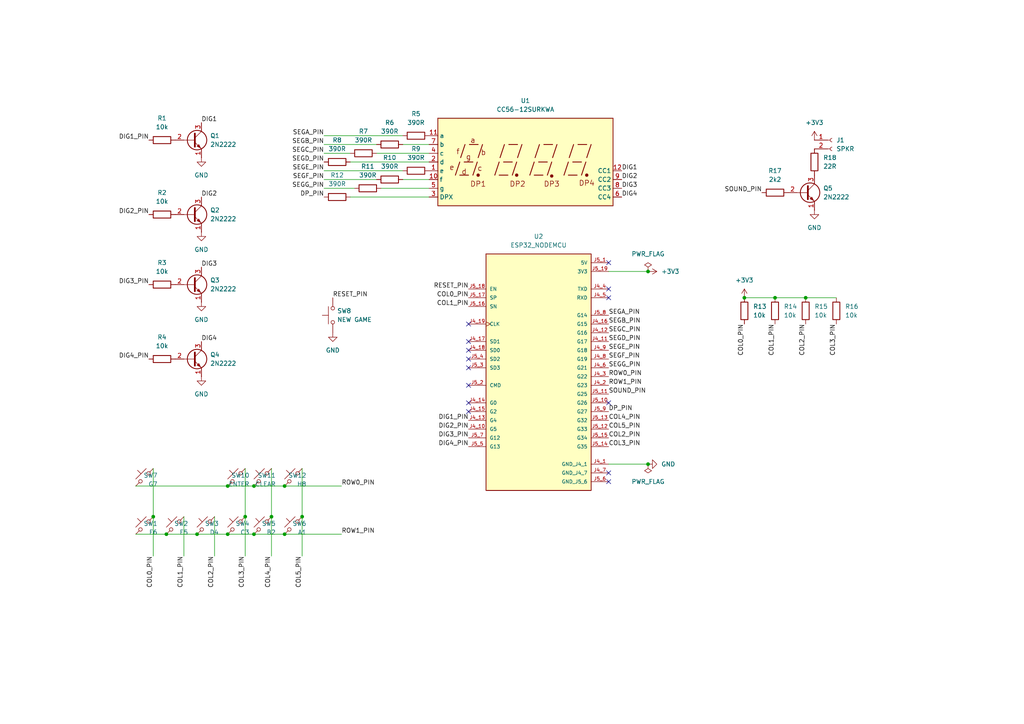
<source format=kicad_sch>
(kicad_sch (version 20250114) (generator "eeschema") (generator_version "9.0")
  (paper "A4")
  (title_block (title "Chessmate") (date "2024-11-24") (rev "1.0"))
  (lib_symbols
    (symbol "Connector:Conn_01x02_Socket" (pin_names (offset 1.016) (hide yes))
      (property "Reference" "J" (at 0 2.54 0))
      (property "Value" "Conn_01x02_Socket" (at 0 -5.08 0))
      (symbol "Conn_01x02_Socket_1_1"
        (polyline (pts (xy -1.27 0) (xy -0.508 0)) (stroke (width 0.1524)))
        (polyline (pts (xy -1.27 -2.54) (xy -0.508 -2.54)) (stroke (width 0.1524)))
        (arc (start 0 -0.508) (mid -0.5058 0) (end 0 0.508) (stroke (width 0.1524)))
        (arc (start 0 -3.048) (mid -0.5058 -2.54) (end 0 -2.032) (stroke (width 0.1524)))
        (pin passive line (at -5.08 0 0) (length 3.81) (name "Pin_1") (number "1"))
        (pin passive line (at -5.08 -2.54 0) (length 3.81) (name "Pin_2") (number "2"))
      )
    )
    (symbol "Device:R" (pin_numbers (hide yes)) (pin_names (offset 0))
      (property "Reference" "R" (at 2.032 0 90))
      (property "Value" "R" (at 0 0 90))
      (symbol "R_0_1"
        (rectangle (start -1.016 -2.54) (end 1.016 2.54) (stroke (width 0.254)))
      )
      (symbol "R_1_1"
        (pin passive line (at 0 3.81 270) (length 1.27) (name "~") (number "1"))
        (pin passive line (at 0 -3.81 90) (length 1.27) (name "~") (number "2"))
      )
    )
    (symbol "Display_Character:CC56-12SURKWA"
      (property "Reference" "U" (at -24.13 13.97 0))
      (property "Value" "CC56-12SURKWA" (at 16.51 13.97 0))
      (symbol "CC56-12SURKWA_0_0"
        (rectangle (start -25.4 12.7) (end 25.4 -12.7) (stroke (width 0.254)) (fill (type background)))
        (polyline (pts (xy -20.32 -3.81) (xy -19.05 0)) (stroke (width 0.254)))
        (polyline (pts (xy -19.05 -3.81) (xy -16.51 -3.81)) (stroke (width 0.254)))
        (polyline (pts (xy -18.796 1.27) (xy -17.526 5.08)) (stroke (width 0.254)))
        (polyline (pts (xy -17.78 0) (xy -15.24 0)) (stroke (width 0.254)))
        (polyline (pts (xy -16.256 5.08) (xy -13.716 5.08)) (stroke (width 0.254)))
        (polyline (pts (xy -15.24 -3.81) (xy -13.97 0)) (stroke (width 0.254)))
        (polyline (pts (xy -13.716 1.27) (xy -12.446 5.08)) (stroke (width 0.254)))
        (polyline (pts (xy -8.89 -3.81) (xy -7.62 0)) (stroke (width 0.254)))
        (polyline (pts (xy -7.62 -3.81) (xy -5.08 -3.81)) (stroke (width 0.254)))
        (polyline (pts (xy -7.366 1.27) (xy -6.096 5.08)) (stroke (width 0.254)))
        (polyline (pts (xy -6.35 0) (xy -3.81 0)) (stroke (width 0.254)))
        (polyline (pts (xy -4.826 5.08) (xy -2.286 5.08)) (stroke (width 0.254)))
        (polyline (pts (xy -3.81 -3.81) (xy -2.54 0)) (stroke (width 0.254)))
        (polyline (pts (xy -2.286 1.27) (xy -1.016 5.08)) (stroke (width 0.254)))
        (polyline (pts (xy 1.27 -3.81) (xy 2.54 0)) (stroke (width 0.254)))
        (polyline (pts (xy 2.54 -3.81) (xy 5.08 -3.81)) (stroke (width 0.254)))
        (polyline (pts (xy 2.794 1.27) (xy 4.064 5.08)) (stroke (width 0.254)))
        (polyline (pts (xy 3.81 0) (xy 6.35 0)) (stroke (width 0.254)))
        (polyline (pts (xy 5.334 5.08) (xy 7.874 5.08)) (stroke (width 0.254)))
        (polyline (pts (xy 6.35 -3.81) (xy 7.62 0)) (stroke (width 0.254)))
        (polyline (pts (xy 7.874 1.27) (xy 9.144 5.08)) (stroke (width 0.254)))
        (polyline (pts (xy 11.176 -3.81) (xy 12.446 0)) (stroke (width 0.254)))
        (polyline (pts (xy 12.446 -3.81) (xy 14.986 -3.81)) (stroke (width 0.254)))
        (polyline (pts (xy 12.7 1.27) (xy 13.97 5.08)) (stroke (width 0.254)))
        (polyline (pts (xy 13.716 0) (xy 16.256 0)) (stroke (width 0.254)))
        (polyline (pts (xy 15.24 5.08) (xy 17.78 5.08)) (stroke (width 0.254)))
        (polyline (pts (xy 16.256 -3.81) (xy 17.526 0)) (stroke (width 0.254)))
        (polyline (pts (xy 17.78 1.27) (xy 19.05 5.08)) (stroke (width 0.254)))
        (text "e" (at -21.336 -1.524 0) (effects (font (size 1.524 1.524))))
        (text "f" (at -19.558 3.048 0) (effects (font (size 1.524 1.524))))
        (text "d" (at -17.78 -2.794 0) (effects (font (size 1.524 1.524))))
        (text "g" (at -16.51 1.524 0) (effects (font (size 1.524 1.524))))
        (text "a" (at -15.24 6.35 0) (effects (font (size 1.524 1.524))))
        (text "DP1" (at -13.716 -6.35 0) (effects (font (size 1.524 1.524))))
        (text "c" (at -13.208 -1.778 0) (effects (font (size 1.524 1.524))))
        (text "b" (at -12.192 2.794 0) (effects (font (size 1.524 1.524))))
        (text "DP2" (at -2.286 -6.35 0) (effects (font (size 1.524 1.524))))
        (text "DP3" (at 7.62 -6.35 0) (effects (font (size 1.524 1.524))))
        (text "DP4" (at 17.78 -6.096 0) (effects (font (size 1.524 1.524))))
      )
      (symbol "CC56-12SURKWA_0_1"
        (circle (center -13.716 -3.81) (radius 0.3556) (stroke (width 0.254)) (fill (type outline)))
        (circle (center -2.54 -3.81) (radius 0.3556) (stroke (width 0.254)) (fill (type outline)))
      )
      (symbol "CC56-12SURKWA_1_0"
        (circle (center 7.62 -4.064) (radius 0.3556) (stroke (width 0.254)) (fill (type outline)))
        (circle (center 17.78 -3.81) (radius 0.3556) (stroke (width 0.254)) (fill (type outline)))
      )
      (symbol "CC56-12SURKWA_1_1"
        (pin input line (at -27.94 7.62 0) (length 2.54) (name "a") (number "11"))
        (pin input line (at -27.94 5.08 0) (length 2.54) (name "b") (number "7"))
        (pin input line (at -27.94 2.54 0) (length 2.54) (name "c") (number "4"))
        (pin input line (at -27.94 0 0) (length 2.54) (name "d") (number "2"))
        (pin input line (at -27.94 -2.54 0) (length 2.54) (name "e") (number "1"))
        (pin input line (at -27.94 -5.08 0) (length 2.54) (name "f") (number "10"))
        (pin input line (at -27.94 -7.62 0) (length 2.54) (name "g") (number "5"))
        (pin input line (at -27.94 -10.16 0) (length 2.54) (name "DPX") (number "3"))
        (pin input line (at 27.94 -2.54 180) (length 2.54) (name "CC1") (number "12"))
        (pin input line (at 27.94 -5.08 180) (length 2.54) (name "CC2") (number "9"))
        (pin input line (at 27.94 -7.62 180) (length 2.54) (name "CC3") (number "8"))
        (pin input line (at 27.94 -10.16 180) (length 2.54) (name "CC4") (number "6"))
      )
    )
    (symbol "ESP32_NODEMCU:ESP32_NODEMCU" (pin_names (offset 1.016))
      (property "Reference" "U" (at -15.24 36.322 0))
      (property "Value" "ESP32_NODEMCU" (at -15.24 -35.56 0))
      (symbol "ESP32_NODEMCU_0_0"
        (rectangle (start -15.24 -33.02) (end 15.24 35.56) (stroke (width 0.254)) (fill (type background)))
        (pin input line (at -20.32 25.4 0) (length 5.08) (name "EN") (number "J5_18"))
        (pin input line (at -20.32 22.86 0) (length 5.08) (name "SP") (number "J5_17"))
        (pin input line (at -20.32 20.32 0) (length 5.08) (name "SN") (number "J5_16"))
        (pin input clock (at -20.32 15.24 0) (length 5.08) (name "CLK") (number "J4_19"))
        (pin bidirectional line (at -20.32 10.16 0) (length 5.08) (name "SD1") (number "J4_17"))
        (pin bidirectional line (at -20.32 7.62 0) (length 5.08) (name "SD0") (number "J4_18"))
        (pin bidirectional line (at -20.32 5.08 0) (length 5.08) (name "SD2") (number "J5_4"))
        (pin bidirectional line (at -20.32 2.54 0) (length 5.08) (name "SD3") (number "J5_3"))
        (pin bidirectional line (at -20.32 -2.54 0) (length 5.08) (name "CMD") (number "J5_2"))
        (pin bidirectional line (at -20.32 -7.62 0) (length 5.08) (name "G0") (number "J4_14"))
        (pin bidirectional line (at -20.32 -10.16 0) (length 5.08) (name "G2") (number "J4_15"))
        (pin bidirectional line (at -20.32 -12.7 0) (length 5.08) (name "G4") (number "J4_13"))
        (pin bidirectional line (at -20.32 -15.24 0) (length 5.08) (name "G5") (number "J4_10"))
        (pin bidirectional line (at -20.32 -17.78 0) (length 5.08) (name "G12") (number "J5_7"))
        (pin bidirectional line (at -20.32 -20.32 0) (length 5.08) (name "G13") (number "J5_5"))
        (pin power_in line (at 20.32 33.02 180) (length 5.08) (name "5V") (number "J5_1"))
        (pin power_in line (at 20.32 30.48 180) (length 5.08) (name "3V3") (number "J5_19"))
        (pin output line (at 20.32 25.4 180) (length 5.08) (name "TXD") (number "J4_4"))
        (pin input line (at 20.32 22.86 180) (length 5.08) (name "RXD") (number "J4_5"))
        (pin bidirectional line (at 20.32 17.78 180) (length 5.08) (name "G14") (number "J5_8"))
        (pin bidirectional line (at 20.32 15.24 180) (length 5.08) (name "G15") (number "J4_16"))
        (pin bidirectional line (at 20.32 12.7 180) (length 5.08) (name "G16") (number "J4_12"))
        (pin bidirectional line (at 20.32 10.16 180) (length 5.08) (name "G17") (number "J4_11"))
        (pin bidirectional line (at 20.32 7.62 180) (length 5.08) (name "G18") (number "J4_9"))
        (pin bidirectional line (at 20.32 5.08 180) (length 5.08) (name "G19") (number "J4_8"))
        (pin bidirectional line (at 20.32 2.54 180) (length 5.08) (name "G21") (number "J4_6"))
        (pin bidirectional line (at 20.32 0 180) (length 5.08) (name "G22") (number "J4_3"))
        (pin bidirectional line (at 20.32 -2.54 180) (length 5.08) (name "G23") (number "J4_2"))
        (pin bidirectional line (at 20.32 -5.08 180) (length 5.08) (name "G25") (number "J5_11"))
        (pin bidirectional line (at 20.32 -7.62 180) (length 5.08) (name "G26") (number "J5_10"))
        (pin bidirectional line (at 20.32 -10.16 180) (length 5.08) (name "G27") (number "J5_9"))
        (pin bidirectional line (at 20.32 -12.7 180) (length 5.08) (name "G32") (number "J5_13"))
        (pin bidirectional line (at 20.32 -15.24 180) (length 5.08) (name "G33") (number "J5_12"))
        (pin bidirectional line (at 20.32 -17.78 180) (length 5.08) (name "G34") (number "J5_15"))
        (pin bidirectional line (at 20.32 -20.32 180) (length 5.08) (name "G35") (number "J5_14"))
        (pin power_in line (at 20.32 -25.4 180) (length 5.08) (name "GND_J4_1") (number "J4_1"))
        (pin power_in line (at 20.32 -27.94 180) (length 5.08) (name "GND_J4_7") (number "J4_7"))
        (pin power_in line (at 20.32 -30.48 180) (length 5.08) (name "GND_J5_6") (number "J5_6"))
      )
    )
    (symbol "Switch:SW_Push" (pin_numbers (hide yes)) (pin_names (offset 1.016) (hide yes))
      (property "Reference" "SW" (at 1.27 2.54 0))
      (property "Value" "SW_Push" (at 0 -1.524 0))
      (symbol "SW_Push_0_1"
        (circle (center -2.032 0) (radius 0.508))
        (polyline (pts (xy 0 1.27) (xy 0 3.048)))
        (circle (center 2.032 0) (radius 0.508))
        (polyline (pts (xy 2.54 1.27) (xy -2.54 1.27)))
        (pin passive line (at -5.08 0 0) (length 2.54) (name "1") (number "1"))
        (pin passive line (at 5.08 0 180) (length 2.54) (name "2") (number "2"))
      )
    )
    (symbol "Switch:SW_Push_45deg" (pin_numbers (hide yes)) (pin_names (offset 1.016) (hide yes))
      (property "Reference" "SW" (at 3.048 1.016 0))
      (property "Value" "SW_Push_45deg" (at 0 -3.81 0))
      (symbol "SW_Push_45deg_0_1"
        (polyline (pts (xy -2.54 2.54) (xy -1.524 1.524) (xy -1.524 1.524)))
        (circle (center -1.1684 1.1684) (radius 0.508))
        (polyline (pts (xy -0.508 2.54) (xy 2.54 -0.508)))
        (polyline (pts (xy 1.016 1.016) (xy 2.032 2.032)))
        (circle (center 1.143 -1.1938) (radius 0.508))
        (polyline (pts (xy 1.524 -1.524) (xy 2.54 -2.54) (xy 2.54 -2.54) (xy 2.54 -2.54)))
        (pin passive line (at -2.54 2.54 0) (length 0) (name "1") (number "1"))
        (pin passive line (at 2.54 -2.54 180) (length 0) (name "2") (number "2"))
      )
    )
    (symbol "Transistor_BJT:PN2222A" (pin_names (offset 0) (hide yes))
      (property "Reference" "Q" (at 5.08 1.905 0))
      (property "Value" "PN2222A" (at 5.08 0 0))
      (symbol "PN2222A_0_1"
        (polyline (pts (xy -2.54 0) (xy 0.635 0)))
        (polyline (pts (xy 0.635 1.905) (xy 0.635 -1.905)) (stroke (width 0.508)))
        (circle (center 1.27 0) (radius 2.8194) (stroke (width 0.254)))
      )
      (symbol "PN2222A_1_1"
        (polyline (pts (xy 0.635 0.635) (xy 2.54 2.54)))
        (polyline (pts (xy 0.635 -0.635) (xy 2.54 -2.54)))
        (polyline (pts (xy 1.27 -1.778) (xy 1.778 -1.27) (xy 2.286 -2.286) (xy 1.27 -1.778)) (fill (type outline)))
        (pin input line (at -5.08 0 0) (length 2.54) (name "B") (number "2"))
        (pin passive line (at 2.54 5.08 270) (length 2.54) (name "C") (number "3"))
        (pin passive line (at 2.54 -5.08 90) (length 2.54) (name "E") (number "1"))
      )
    )
    (symbol "power:+3V3" (power) (pin_numbers (hide yes)) (pin_names (offset 0) (hide yes))
      (property "Value" "+3V3" (at 0 3.556 0))
      (symbol "+3V3_0_1"
        (polyline (pts (xy -0.762 1.27) (xy 0 2.54)))
        (polyline (pts (xy 0 2.54) (xy 0.762 1.27)))
        (polyline (pts (xy 0 0) (xy 0 2.54)))
      )
      (symbol "+3V3_1_1"
        (pin power_in line (at 0 0 90) (length 0) (name "~") (number "1"))
      )
    )
    (symbol "power:GND" (power) (pin_numbers (hide yes)) (pin_names (offset 0) (hide yes))
      (property "Value" "GND" (at 0 -3.81 0))
      (symbol "GND_0_1"
        (polyline (pts (xy 0 0) (xy 0 -1.27) (xy 1.27 -1.27) (xy 0 -2.54) (xy -1.27 -1.27) (xy 0 -1.27)))
      )
      (symbol "GND_1_1"
        (pin power_in line (at 0 0 270) (length 0) (name "~") (number "1"))
      )
    )
    (symbol "power:PWR_FLAG" (power) (pin_numbers (hide yes)) (pin_names (offset 0) (hide yes))
      (property "Value" "PWR_FLAG" (at 0 3.81 0))
      (symbol "PWR_FLAG_0_0"
        (pin power_out line (at 0 0 90) (length 0) (name "~") (number "1"))
      )
      (symbol "PWR_FLAG_0_1"
        (polyline (pts (xy 0 0) (xy 0 1.27) (xy -1.016 1.905) (xy 0 2.54) (xy 1.016 1.905) (xy 0 1.27)))
      )
    )
  )
  (junction (at 71.12 149.86))
  (junction (at 66.04 154.94))
  (junction (at 224.79 86.36))
  (junction (at 187.96 134.62))
  (junction (at 73.66 140.97))
  (junction (at 82.55 140.97))
  (junction (at 73.66 154.94))
  (junction (at 82.55 154.94))
  (junction (at 215.9 86.36))
  (junction (at 57.15 154.94))
  (junction (at 44.45 149.86))
  (junction (at 233.68 86.36))
  (junction (at 187.96 78.74))
  (junction (at 48.26 154.94))
  (junction (at 78.74 149.86))
  (junction (at 66.04 140.97))
  (junction (at 87.63 149.86))
  (no_connect (at 135.89 101.6))
  (no_connect (at 176.53 139.7))
  (no_connect (at 176.53 83.82))
  (no_connect (at 135.89 111.76))
  (no_connect (at 135.89 99.06))
  (no_connect (at 176.53 137.16))
  (no_connect (at 135.89 106.68))
  (no_connect (at 135.89 119.38))
  (no_connect (at 176.53 76.2))
  (no_connect (at 176.53 86.36))
  (no_connect (at 176.53 116.84))
  (no_connect (at 135.89 116.84))
  (no_connect (at 135.89 104.14))
  (no_connect (at 135.89 93.98))
  (wire (pts (xy 39.37 154.94) (xy 48.26 154.94)))
  (wire (pts (xy 101.6 57.15) (xy 124.46 57.15)))
  (wire (pts (xy 224.79 86.36) (xy 233.68 86.36)))
  (wire (pts (xy 93.98 44.45) (xy 101.6 44.45)))
  (wire (pts (xy 176.53 134.62) (xy 187.96 134.62)))
  (wire (pts (xy 93.98 52.07) (xy 109.22 52.07)))
  (wire (pts (xy 93.98 39.37) (xy 116.84 39.37)))
  (wire (pts (xy 78.74 135.89) (xy 78.74 149.86)))
  (wire (pts (xy 73.66 140.97) (xy 82.55 140.97)))
  (wire (pts (xy 71.12 135.89) (xy 71.12 149.86)))
  (wire (pts (xy 62.23 149.86) (xy 62.23 161.29)))
  (wire (pts (xy 116.84 52.07) (xy 124.46 52.07)))
  (wire (pts (xy 82.55 140.97) (xy 99.06 140.97)))
  (wire (pts (xy 57.15 154.94) (xy 66.04 154.94)))
  (wire (pts (xy 87.63 135.89) (xy 87.63 149.86)))
  (wire (pts (xy 53.34 149.86) (xy 53.34 161.29)))
  (wire (pts (xy 93.98 41.91) (xy 109.22 41.91)))
  (wire (pts (xy 215.9 86.36) (xy 224.79 86.36)))
  (wire (pts (xy 82.55 154.94) (xy 99.06 154.94)))
  (wire (pts (xy 48.26 154.94) (xy 57.15 154.94)))
  (wire (pts (xy 44.45 149.86) (xy 44.45 161.29)))
  (wire (pts (xy 44.45 135.89) (xy 44.45 149.86)))
  (wire (pts (xy 110.49 54.61) (xy 124.46 54.61)))
  (wire (pts (xy 71.12 149.86) (xy 71.12 161.29)))
  (wire (pts (xy 176.53 78.74) (xy 187.96 78.74)))
  (wire (pts (xy 73.66 154.94) (xy 82.55 154.94)))
  (wire (pts (xy 233.68 86.36) (xy 242.57 86.36)))
  (wire (pts (xy 109.22 44.45) (xy 124.46 44.45)))
  (wire (pts (xy 93.98 54.61) (xy 102.87 54.61)))
  (wire (pts (xy 66.04 140.97) (xy 73.66 140.97)))
  (wire (pts (xy 101.6 46.99) (xy 124.46 46.99)))
  (wire (pts (xy 78.74 149.86) (xy 78.74 161.29)))
  (wire (pts (xy 66.04 154.94) (xy 73.66 154.94)))
  (wire (pts (xy 39.37 140.97) (xy 66.04 140.97)))
  (wire (pts (xy 93.98 49.53) (xy 116.84 49.53)))
  (wire (pts (xy 87.63 149.86) (xy 87.63 161.29)))
  (wire (pts (xy 116.84 41.91) (xy 124.46 41.91)))
  (label "COL0_PIN" (at 135.89 86.36 180))
  (label "COL1_PIN" (at 224.79 93.98 270))
  (label "DIG3_PIN" (at 43.18 82.55 180))
  (label "COL2_PIN" (at 62.23 161.29 270))
  (label "DP_PIN" (at 93.98 57.15 180))
  (label "SEGB_PIN" (at 176.53 93.98 0))
  (label "SEGE_PIN" (at 93.98 49.53 180))
  (label "COL5_PIN" (at 176.53 124.46 0))
  (label "DIG3" (at 58.42 77.47 0))
  (label "RESET_PIN" (at 96.52 86.36 0))
  (label "ROW1_PIN" (at 99.06 154.94 0))
  (label "SEGF_PIN" (at 93.98 52.07 180))
  (label "DIG1_PIN" (at 135.89 121.92 180))
  (label "DIG1" (at 58.42 35.56 0))
  (label "DIG2" (at 58.42 57.15 0))
  (label "COL3_PIN" (at 242.57 93.98 270))
  (label "DIG2_PIN" (at 43.18 62.23 180))
  (label "SEGB_PIN" (at 93.98 41.91 180))
  (label "COL3_PIN" (at 176.53 129.54 0))
  (label "SEGG_PIN" (at 176.53 106.68 0))
  (label "COL5_PIN" (at 87.63 161.29 270))
  (label "COL1_PIN" (at 135.89 88.9 180))
  (label "SOUND_PIN" (at 220.98 55.88 180))
  (label "SOUND_PIN" (at 176.53 114.3 0))
  (label "DP_PIN" (at 176.53 119.38 0))
  (label "SEGF_PIN" (at 176.53 104.14 0))
  (label "DIG3_PIN" (at 135.89 127 180))
  (label "SEGC_PIN" (at 176.53 96.52 0))
  (label "DIG3" (at 180.34 54.61 0))
  (label "DIG4" (at 180.34 57.15 0))
  (label "COL2_PIN" (at 176.53 127 0))
  (label "SEGC_PIN" (at 93.98 44.45 180))
  (label "COL0_PIN" (at 215.9 93.98 270))
  (label "DIG4_PIN" (at 135.89 129.54 180))
  (label "ROW1_PIN" (at 176.53 111.76 0))
  (label "COL4_PIN" (at 78.74 161.29 270))
  (label "SEGD_PIN" (at 93.98 46.99 180))
  (label "ROW0_PIN" (at 176.53 109.22 0))
  (label "ROW0_PIN" (at 99.06 140.97 0))
  (label "SEGD_PIN" (at 176.53 99.06 0))
  (label "DIG2_PIN" (at 135.89 124.46 180))
  (label "COL1_PIN" (at 53.34 161.29 270))
  (label "SEGA_PIN" (at 176.53 91.44 0))
  (label "DIG1_PIN" (at 43.18 40.64 180))
  (label "COL3_PIN" (at 71.12 161.29 270))
  (label "DIG2" (at 180.34 52.07 0))
  (label "SEGG_PIN" (at 93.98 54.61 180))
  (label "COL0_PIN" (at 44.45 161.29 270))
  (label "RESET_PIN" (at 135.89 83.82 180))
  (label "SEGA_PIN" (at 93.98 39.37 180))
  (label "COL2_PIN" (at 233.68 93.98 270))
  (label "DIG4" (at 58.42 99.06 0))
  (label "COL4_PIN" (at 176.53 121.92 0))
  (label "DIG1" (at 180.34 49.53 0))
  (label "DIG4_PIN" (at 43.18 104.14 180))
  (label "SEGE_PIN" (at 176.53 101.6 0))
  (symbol (lib_id "Switch:SW_Push_45deg") (at 68.58 152.4 90) (unit 1)
    (property "Reference" "SW4" (at 72.39 151.1299 90) (effects (justify left bottom)))
    (property "Value" "C3" (at 72.39 153.6699 90) (effects (justify left bottom)))
    (property "Footprint" "Button_Switch_THT:SW_PUSH_6mm_H4.3mm" (effects (hide yes)))
    (property "Description" "Push button switch, normally open, two pins, 45° tilted" (effects (hide yes)))
  )
  (symbol (lib_id "power:PWR_FLAG") (at 187.96 78.74 0) (unit 1)
    (property "Reference" "#FLG01" (effects (hide yes)))
    (property "Value" "PWR_FLAG" (at 187.96 73.66 0))
    (property "Description" "Special symbol for telling ERC where power comes from" (effects (hide yes)))
  )
  (symbol (lib_id "Switch:SW_Push") (at 96.52 91.44 90) (unit 1)
    (property "Reference" "SW8" (at 97.79 90.1699 90) (effects (justify right)))
    (property "Value" "NEW GAME" (at 97.79 92.7099 90) (effects (justify right)))
    (property "Footprint" "Button_Switch_THT:SW_PUSH_6mm_H4.3mm" (effects (hide yes)))
    (property "Description" "Push button switch, generic, two pins" (effects (hide yes)))
  )
  (symbol (lib_id "Switch:SW_Push_45deg") (at 41.91 152.4 90) (unit 1)
    (property "Reference" "SW1" (at 45.72 151.1299 90) (effects (justify left bottom)))
    (property "Value" "F6" (at 45.72 153.6699 90) (effects (justify left bottom)))
    (property "Footprint" "Button_Switch_THT:SW_PUSH_6mm_H4.3mm" (effects (hide yes)))
    (property "Description" "Push button switch, normally open, two pins, 45° tilted" (effects (hide yes)))
  )
  (symbol (lib_id "power:GND") (at 58.42 87.63 0) (unit 1)
    (property "Reference" "#PWR03" (effects (hide yes)))
    (property "Value" "GND" (at 58.42 92.71 0))
    (property "Description" "Power symbol creates a global label with name \"GND\" , ground" (effects (hide yes)))
  )
  (symbol (lib_id "Transistor_BJT:PN2222A") (at 55.88 40.64 0) (unit 1)
    (property "Reference" "Q1" (at 60.96 39.3699 0) (effects (justify left)))
    (property "Value" "2N2222" (at 60.96 41.9099 0) (effects (justify left)))
    (property "Footprint" "Package_TO_SOT_THT:TO-92_Inline" (effects (hide yes)))
    (property "Datasheet" "https://www.onsemi.com/pub/Collateral/PN2222-D.PDF" (effects (hide yes)))
    (property "Description" "1A Ic, 40V Vce, NPN Transistor, General Purpose Transistor, TO-92" (effects (hide yes)))
  )
  (symbol (lib_id "Device:R") (at 224.79 55.88 90) (unit 1)
    (property "Reference" "R17" (at 224.79 49.53 90))
    (property "Value" "2k2" (at 224.79 52.07 90))
    (property "Footprint" "Resistor_THT:R_Axial_DIN0207_L6.3mm_D2.5mm_P2.54mm_Vertical" (effects (hide yes)))
    (property "Description" "Resistor" (effects (hide yes)))
  )
  (symbol (lib_id "Switch:SW_Push_45deg") (at 68.58 138.43 90) (unit 1)
    (property "Reference" "SW10" (at 72.39 137.1599 90) (effects (justify left bottom)))
    (property "Value" "ENTER" (at 72.39 139.6999 90) (effects (justify left bottom)))
    (property "Footprint" "Button_Switch_THT:SW_PUSH_6mm_H4.3mm" (effects (hide yes)))
    (property "Description" "Push button switch, normally open, two pins, 45° tilted" (effects (hide yes)))
  )
  (symbol (lib_id "Device:R") (at 105.41 44.45 90) (unit 1)
    (property "Reference" "R7" (at 105.41 38.1 90))
    (property "Value" "390R" (at 105.41 40.64 90))
    (property "Footprint" "Resistor_THT:R_Axial_DIN0207_L6.3mm_D2.5mm_P2.54mm_Vertical" (effects (hide yes)))
    (property "Description" "Resistor" (effects (hide yes)))
  )
  (symbol (lib_id "Device:R") (at 215.9 90.17 180) (unit 1)
    (property "Reference" "R13" (at 218.44 88.8999 0) (effects (justify right)))
    (property "Value" "10k" (at 218.44 91.4399 0) (effects (justify right)))
    (property "Footprint" "Resistor_THT:R_Axial_DIN0204_L3.6mm_D1.6mm_P5.08mm_Horizontal" (effects (hide yes)))
    (property "Description" "Resistor" (effects (hide yes)))
  )
  (symbol (lib_id "power:+3V3") (at 187.96 78.74 270) (unit 1)
    (property "Reference" "#PWR06" (effects (hide yes)))
    (property "Value" "+3V3" (at 191.77 78.7399 90) (effects (justify left)))
    (property "Description" "Power symbol creates a global label with name \"+3V3\"" (effects (hide yes)))
  )
  (symbol (lib_id "Device:R") (at 113.03 41.91 90) (unit 1)
    (property "Reference" "R6" (at 113.03 35.56 90))
    (property "Value" "390R" (at 113.03 38.1 90))
    (property "Footprint" "Resistor_THT:R_Axial_DIN0207_L6.3mm_D2.5mm_P2.54mm_Vertical" (effects (hide yes)))
    (property "Description" "Resistor" (effects (hide yes)))
  )
  (symbol (lib_id "Device:R") (at 46.99 104.14 90) (unit 1)
    (property "Reference" "R4" (at 46.99 97.79 90))
    (property "Value" "10k" (at 46.99 100.33 90))
    (property "Footprint" "Resistor_THT:R_Axial_DIN0207_L6.3mm_D2.5mm_P2.54mm_Vertical" (effects (hide yes)))
    (property "Description" "Resistor" (effects (hide yes)))
  )
  (symbol (lib_id "ESP32_NODEMCU:ESP32_NODEMCU") (at 156.21 109.22 0) (unit 1)
    (property "Reference" "U2" (at 156.21 68.58 0))
    (property "Value" "ESP32_NODEMCU" (at 156.21 71.12 0))
    (property "Footprint" "ESP32_NODEMCU:MODULE_ESP32_NODEMCU" (effects (hide yes)))
    (property "MF" "AZ Delivery" (effects (hide yes)))
    (property "MAXIMUM_PACKAGE_HEIGHT" "6.6 mm" (effects (hide yes)))
    (property "Package" "Package" (effects (hide yes)))
    (property "Price" "None" (effects (hide yes)))
    (property "Check_prices" "https://www.snapeda.com/parts/ESP32%20NODEMCU/AZ-Delivery/view-part/?ref=eda" (effects (hide yes)))
    (property "STANDARD" "Manufacturer Recommendations" (effects (hide yes)))
    (property "SnapEDA_Link" "https://www.snapeda.com/parts/ESP32%20NODEMCU/AZ-Delivery/view-part/?ref=snap" (effects (hide yes)))
    (property "MP" "ESP32 NODEMCU" (effects (hide yes)))
    (property "Description_1" "NodeMCU is an open source loT platform. ESP32 is a series of low cost, low power\nsystem-on-chip (SoC) microcontrollers with integrated Wi-Fi & dual-mode Bluetooth." (effects (hide yes)))
    (property "Availability" "Not in stock" (effects (hide yes)))
    (property "MANUFACTURER" "Espressif Systems" (effects (hide yes)))
  )
  (symbol (lib_id "Switch:SW_Push_45deg") (at 59.69 152.4 90) (unit 1)
    (property "Reference" "SW3" (at 63.5 151.1299 90) (effects (justify left bottom)))
    (property "Value" "D4" (at 63.5 153.6699 90) (effects (justify left bottom)))
    (property "Footprint" "Button_Switch_THT:SW_PUSH_6mm_H4.3mm" (effects (hide yes)))
    (property "Description" "Push button switch, normally open, two pins, 45° tilted" (effects (hide yes)))
  )
  (symbol (lib_id "Switch:SW_Push_45deg") (at 50.8 152.4 90) (unit 1)
    (property "Reference" "SW2" (at 54.61 151.1299 90) (effects (justify left bottom)))
    (property "Value" "E5" (at 54.61 153.6699 90) (effects (justify left bottom)))
    (property "Footprint" "Button_Switch_THT:SW_PUSH_6mm_H4.3mm" (effects (hide yes)))
    (property "Description" "Push button switch, normally open, two pins, 45° tilted" (effects (hide yes)))
  )
  (symbol (lib_id "power:GND") (at 58.42 45.72 0) (unit 1)
    (property "Reference" "#PWR01" (effects (hide yes)))
    (property "Value" "GND" (at 58.42 50.8 0))
    (property "Description" "Power symbol creates a global label with name \"GND\" , ground" (effects (hide yes)))
  )
  (symbol (lib_id "power:GND") (at 58.42 109.22 0) (unit 1)
    (property "Reference" "#PWR04" (effects (hide yes)))
    (property "Value" "GND" (at 58.42 114.3 0))
    (property "Description" "Power symbol creates a global label with name \"GND\" , ground" (effects (hide yes)))
  )
  (symbol (lib_id "Switch:SW_Push_45deg") (at 41.91 138.43 90) (unit 1)
    (property "Reference" "SW7" (at 45.72 137.1599 90) (effects (justify left bottom)))
    (property "Value" "G7" (at 45.72 139.6999 90) (effects (justify left bottom)))
    (property "Footprint" "Button_Switch_THT:SW_PUSH_6mm_H4.3mm" (effects (hide yes)))
    (property "Description" "Push button switch, normally open, two pins, 45° tilted" (effects (hide yes)))
  )
  (symbol (lib_id "Transistor_BJT:PN2222A") (at 55.88 82.55 0) (unit 1)
    (property "Reference" "Q3" (at 60.96 81.2799 0) (effects (justify left)))
    (property "Value" "2N2222" (at 60.96 83.8199 0) (effects (justify left)))
    (property "Footprint" "Package_TO_SOT_THT:TO-92_Inline" (effects (hide yes)))
    (property "Datasheet" "https://www.onsemi.com/pub/Collateral/PN2222-D.PDF" (effects (hide yes)))
    (property "Description" "1A Ic, 40V Vce, NPN Transistor, General Purpose Transistor, TO-92" (effects (hide yes)))
  )
  (symbol (lib_id "Switch:SW_Push_45deg") (at 76.2 152.4 90) (unit 1)
    (property "Reference" "SW5" (at 80.01 151.1299 90) (effects (justify left bottom)))
    (property "Value" "B2" (at 80.01 153.6699 90) (effects (justify left bottom)))
    (property "Footprint" "Button_Switch_THT:SW_PUSH_6mm_H4.3mm" (effects (hide yes)))
    (property "Description" "Push button switch, normally open, two pins, 45° tilted" (effects (hide yes)))
  )
  (symbol (lib_id "Device:R") (at 113.03 52.07 90) (unit 1)
    (property "Reference" "R10" (at 113.03 45.72 90))
    (property "Value" "390R" (at 113.03 48.26 90))
    (property "Footprint" "Resistor_THT:R_Axial_DIN0207_L6.3mm_D2.5mm_P2.54mm_Vertical" (effects (hide yes)))
    (property "Description" "Resistor" (effects (hide yes)))
  )
  (symbol (lib_id "Device:R") (at 236.22 46.99 0) (unit 1)
    (property "Reference" "R18" (at 238.76 45.7199 0) (effects (justify left)))
    (property "Value" "22R" (at 238.76 48.2599 0) (effects (justify left)))
    (property "Footprint" "Resistor_THT:R_Axial_DIN0207_L6.3mm_D2.5mm_P2.54mm_Vertical" (effects (hide yes)))
    (property "Description" "Resistor" (effects (hide yes)))
  )
  (symbol (lib_id "Connector:Conn_01x02_Socket") (at 241.3 40.64 0) (unit 1)
    (property "Reference" "J1" (at 242.57 40.6399 0) (effects (justify left)))
    (property "Value" "SPKR" (at 242.57 43.1799 0) (effects (justify left)))
    (property "Footprint" "Connector_PinHeader_2.54mm:PinHeader_1x02_P2.54mm_Horizontal" (effects (hide yes)))
    (property "Description" "Generic connector, single row, 01x02, script generated" (effects (hide yes)))
  )
  (symbol (lib_id "Device:R") (at 224.79 90.17 180) (unit 1)
    (property "Reference" "R14" (at 227.33 88.8999 0) (effects (justify right)))
    (property "Value" "10k" (at 227.33 91.4399 0) (effects (justify right)))
    (property "Footprint" "Resistor_THT:R_Axial_DIN0204_L3.6mm_D1.6mm_P5.08mm_Horizontal" (effects (hide yes)))
    (property "Description" "Resistor" (effects (hide yes)))
  )
  (symbol (lib_id "Device:R") (at 120.65 39.37 90) (unit 1)
    (property "Reference" "R5" (at 120.65 33.02 90))
    (property "Value" "390R" (at 120.65 35.56 90))
    (property "Footprint" "Resistor_THT:R_Axial_DIN0207_L6.3mm_D2.5mm_P2.54mm_Vertical" (effects (hide yes)))
    (property "Description" "Resistor" (effects (hide yes)))
  )
  (symbol (lib_id "Device:R") (at 97.79 57.15 90) (unit 1)
    (property "Reference" "R12" (at 97.79 50.8 90))
    (property "Value" "390R" (at 97.79 53.34 90))
    (property "Footprint" "Resistor_THT:R_Axial_DIN0207_L6.3mm_D2.5mm_P2.54mm_Vertical" (effects (hide yes)))
    (property "Description" "Resistor" (effects (hide yes)))
  )
  (symbol (lib_id "Switch:SW_Push_45deg") (at 85.09 152.4 90) (unit 1)
    (property "Reference" "SW6" (at 88.9 151.1299 90) (effects (justify left bottom)))
    (property "Value" "A1" (at 88.9 153.6699 90) (effects (justify left bottom)))
    (property "Footprint" "Button_Switch_THT:SW_PUSH_6mm_H4.3mm" (effects (hide yes)))
    (property "Description" "Push button switch, normally open, two pins, 45° tilted" (effects (hide yes)))
  )
  (symbol (lib_id "power:PWR_FLAG") (at 187.96 134.62 180) (unit 1)
    (property "Reference" "#FLG02" (effects (hide yes)))
    (property "Value" "PWR_FLAG" (at 187.96 139.7 0))
    (property "Description" "Special symbol for telling ERC where power comes from" (effects (hide yes)))
  )
  (symbol (lib_id "Device:R") (at 46.99 82.55 90) (unit 1)
    (property "Reference" "R3" (at 46.99 76.2 90))
    (property "Value" "10k" (at 46.99 78.74 90))
    (property "Footprint" "Resistor_THT:R_Axial_DIN0207_L6.3mm_D2.5mm_P2.54mm_Vertical" (effects (hide yes)))
    (property "Description" "Resistor" (effects (hide yes)))
  )
  (symbol (lib_id "power:GND") (at 96.52 96.52 0) (unit 1)
    (property "Reference" "#PWR08" (effects (hide yes)))
    (property "Value" "GND" (at 96.52 101.6 0))
    (property "Description" "Power symbol creates a global label with name \"GND\" , ground" (effects (hide yes)))
  )
  (symbol (lib_id "Transistor_BJT:PN2222A") (at 233.68 55.88 0) (unit 1)
    (property "Reference" "Q5" (at 238.76 54.6099 0) (effects (justify left)))
    (property "Value" "2N2222" (at 238.76 57.1499 0) (effects (justify left)))
    (property "Footprint" "Package_TO_SOT_THT:TO-92_Inline" (effects (hide yes)))
    (property "Datasheet" "https://www.onsemi.com/pub/Collateral/PN2222-D.PDF" (effects (hide yes)))
    (property "Description" "1A Ic, 40V Vce, NPN Transistor, General Purpose Transistor, TO-92" (effects (hide yes)))
  )
  (symbol (lib_id "Switch:SW_Push_45deg") (at 76.2 138.43 90) (unit 1)
    (property "Reference" "SW11" (at 80.01 137.1599 90) (effects (justify left bottom)))
    (property "Value" "CLEAR" (at 80.01 139.6999 90) (effects (justify left bottom)))
    (property "Footprint" "Button_Switch_THT:SW_PUSH_6mm_H4.3mm" (effects (hide yes)))
    (property "Description" "Push button switch, normally open, two pins, 45° tilted" (effects (hide yes)))
  )
  (symbol (lib_id "power:GND") (at 236.22 60.96 0) (unit 1)
    (property "Reference" "#PWR09" (effects (hide yes)))
    (property "Value" "GND" (at 236.22 66.04 0))
    (property "Description" "Power symbol creates a global label with name \"GND\" , ground" (effects (hide yes)))
  )
  (symbol (lib_id "Device:R") (at 106.68 54.61 90) (unit 1)
    (property "Reference" "R11" (at 106.68 48.26 90))
    (property "Value" "390R" (at 106.68 50.8 90))
    (property "Footprint" "Resistor_THT:R_Axial_DIN0207_L6.3mm_D2.5mm_P2.54mm_Vertical" (effects (hide yes)))
    (property "Description" "Resistor" (effects (hide yes)))
  )
  (symbol (lib_id "Device:R") (at 120.65 49.53 90) (unit 1)
    (property "Reference" "R9" (at 120.65 43.18 90))
    (property "Value" "390R" (at 120.65 45.72 90))
    (property "Footprint" "Resistor_THT:R_Axial_DIN0207_L6.3mm_D2.5mm_P2.54mm_Vertical" (effects (hide yes)))
    (property "Description" "Resistor" (effects (hide yes)))
  )
  (symbol (lib_id "Transistor_BJT:PN2222A") (at 55.88 62.23 0) (unit 1)
    (property "Reference" "Q2" (at 60.96 60.9599 0) (effects (justify left)))
    (property "Value" "2N2222" (at 60.96 63.4999 0) (effects (justify left)))
    (property "Footprint" "Package_TO_SOT_THT:TO-92_Inline" (effects (hide yes)))
    (property "Datasheet" "https://www.onsemi.com/pub/Collateral/PN2222-D.PDF" (effects (hide yes)))
    (property "Description" "1A Ic, 40V Vce, NPN Transistor, General Purpose Transistor, TO-92" (effects (hide yes)))
  )
  (symbol (lib_id "Switch:SW_Push_45deg") (at 85.09 138.43 90) (unit 1)
    (property "Reference" "SW12" (at 88.9 137.1599 90) (effects (justify left bottom)))
    (property "Value" "H8" (at 88.9 139.6999 90) (effects (justify left bottom)))
    (property "Footprint" "Button_Switch_THT:SW_PUSH_6mm_H4.3mm" (effects (hide yes)))
    (property "Description" "Push button switch, normally open, two pins, 45° tilted" (effects (hide yes)))
  )
  (symbol (lib_id "Device:R") (at 233.68 90.17 180) (unit 1)
    (property "Reference" "R15" (at 236.22 88.8999 0) (effects (justify right)))
    (property "Value" "10k" (at 236.22 91.4399 0) (effects (justify right)))
    (property "Footprint" "Resistor_THT:R_Axial_DIN0204_L3.6mm_D1.6mm_P5.08mm_Horizontal" (effects (hide yes)))
    (property "Description" "Resistor" (effects (hide yes)))
  )
  (symbol (lib_id "Display_Character:CC56-12SURKWA") (at 152.4 46.99 0) (unit 1)
    (property "Reference" "U1" (at 152.4 29.21 0))
    (property "Value" "CC56-12SURKWA" (at 152.4 31.75 0))
    (property "Footprint" "Display_7Segment:CA56-12SURKWA" (effects (hide yes)))
    (property "Datasheet" "http://www.kingbright.com/attachments/file/psearch/000/00/00/CC56-12SURKWA(Ver.7A).pdf" (effects (hide yes)))
    (property "Description" "4 digit 7 segment hyper red LED, common cathode" (effects (hide yes)))
  )
  (symbol (lib_id "Device:R") (at 46.99 62.23 90) (unit 1)
    (property "Reference" "R2" (at 46.99 55.88 90))
    (property "Value" "10k" (at 46.99 58.42 90))
    (property "Footprint" "Resistor_THT:R_Axial_DIN0207_L6.3mm_D2.5mm_P2.54mm_Vertical" (effects (hide yes)))
    (property "Description" "Resistor" (effects (hide yes)))
  )
  (symbol (lib_id "Device:R") (at 242.57 90.17 180) (unit 1)
    (property "Reference" "R16" (at 245.11 88.8999 0) (effects (justify right)))
    (property "Value" "10k" (at 245.11 91.4399 0) (effects (justify right)))
    (property "Footprint" "Resistor_THT:R_Axial_DIN0204_L3.6mm_D1.6mm_P5.08mm_Horizontal" (effects (hide yes)))
    (property "Description" "Resistor" (effects (hide yes)))
  )
  (symbol (lib_id "power:+3V3") (at 215.9 86.36 0) (unit 1)
    (property "Reference" "#PWR07" (effects (hide yes)))
    (property "Value" "+3V3" (at 215.9 81.28 0))
    (property "Description" "Power symbol creates a global label with name \"+3V3\"" (effects (hide yes)))
  )
  (symbol (lib_id "power:GND") (at 58.42 67.31 0) (unit 1)
    (property "Reference" "#PWR02" (effects (hide yes)))
    (property "Value" "GND" (at 58.42 72.39 0))
    (property "Description" "Power symbol creates a global label with name \"GND\" , ground" (effects (hide yes)))
  )
  (symbol (lib_id "Device:R") (at 46.99 40.64 90) (unit 1)
    (property "Reference" "R1" (at 46.99 34.29 90))
    (property "Value" "10k" (at 46.99 36.83 90))
    (property "Footprint" "Resistor_THT:R_Axial_DIN0207_L6.3mm_D2.5mm_P2.54mm_Vertical" (effects (hide yes)))
    (property "Description" "Resistor" (effects (hide yes)))
  )
  (symbol (lib_id "Transistor_BJT:PN2222A") (at 55.88 104.14 0) (unit 1)
    (property "Reference" "Q4" (at 60.96 102.8699 0) (effects (justify left)))
    (property "Value" "2N2222" (at 60.96 105.4099 0) (effects (justify left)))
    (property "Footprint" "Package_TO_SOT_THT:TO-92_Inline" (effects (hide yes)))
    (property "Datasheet" "https://www.onsemi.com/pub/Collateral/PN2222-D.PDF" (effects (hide yes)))
    (property "Description" "1A Ic, 40V Vce, NPN Transistor, General Purpose Transistor, TO-92" (effects (hide yes)))
  )
  (symbol (lib_id "power:+3V3") (at 236.22 40.64 0) (unit 1)
    (property "Reference" "#PWR010" (effects (hide yes)))
    (property "Value" "+3V3" (at 236.22 35.56 0))
    (property "Description" "Power symbol creates a global label with name \"+3V3\"" (effects (hide yes)))
  )
  (symbol (lib_id "Device:R") (at 97.79 46.99 90) (unit 1)
    (property "Reference" "R8" (at 97.79 40.64 90))
    (property "Value" "390R" (at 97.79 43.18 90))
    (property "Footprint" "Resistor_THT:R_Axial_DIN0207_L6.3mm_D2.5mm_P2.54mm_Vertical" (effects (hide yes)))
    (property "Description" "Resistor" (effects (hide yes)))
  )
  (symbol (lib_id "power:GND") (at 187.96 134.62 90) (unit 1)
    (property "Reference" "#PWR05" (effects (hide yes)))
    (property "Value" "GND" (at 191.77 134.6199 90) (effects (justify right)))
    (property "Description" "Power symbol creates a global label with name \"GND\" , ground" (effects (hide yes)))
  )
)
</source>
